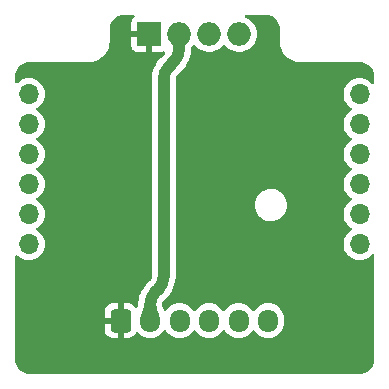
<source format=gbl>
G04 #@! TF.GenerationSoftware,KiCad,Pcbnew,7.0.1*
G04 #@! TF.CreationDate,2023-07-14T19:01:49+02:00*
G04 #@! TF.ProjectId,spectrophotometer_interface,73706563-7472-46f7-9068-6f746f6d6574,rev?*
G04 #@! TF.SameCoordinates,Original*
G04 #@! TF.FileFunction,Copper,L2,Bot*
G04 #@! TF.FilePolarity,Positive*
%FSLAX46Y46*%
G04 Gerber Fmt 4.6, Leading zero omitted, Abs format (unit mm)*
G04 Created by KiCad (PCBNEW 7.0.1) date 2023-07-14 19:01:49*
%MOMM*%
%LPD*%
G01*
G04 APERTURE LIST*
G04 Aperture macros list*
%AMRoundRect*
0 Rectangle with rounded corners*
0 $1 Rounding radius*
0 $2 $3 $4 $5 $6 $7 $8 $9 X,Y pos of 4 corners*
0 Add a 4 corners polygon primitive as box body*
4,1,4,$2,$3,$4,$5,$6,$7,$8,$9,$2,$3,0*
0 Add four circle primitives for the rounded corners*
1,1,$1+$1,$2,$3*
1,1,$1+$1,$4,$5*
1,1,$1+$1,$6,$7*
1,1,$1+$1,$8,$9*
0 Add four rect primitives between the rounded corners*
20,1,$1+$1,$2,$3,$4,$5,0*
20,1,$1+$1,$4,$5,$6,$7,0*
20,1,$1+$1,$6,$7,$8,$9,0*
20,1,$1+$1,$8,$9,$2,$3,0*%
G04 Aperture macros list end*
G04 #@! TA.AperFunction,ComponentPad*
%ADD10O,2.000000X2.000000*%
G04 #@! TD*
G04 #@! TA.AperFunction,ComponentPad*
%ADD11O,1.700000X1.700000*%
G04 #@! TD*
G04 #@! TA.AperFunction,ComponentPad*
%ADD12R,2.000000X2.000000*%
G04 #@! TD*
G04 #@! TA.AperFunction,ComponentPad*
%ADD13O,1.700000X1.950000*%
G04 #@! TD*
G04 #@! TA.AperFunction,ComponentPad*
%ADD14RoundRect,0.250000X-0.600000X-0.725000X0.600000X-0.725000X0.600000X0.725000X-0.600000X0.725000X0*%
G04 #@! TD*
G04 #@! TA.AperFunction,ViaPad*
%ADD15C,0.800000*%
G04 #@! TD*
G04 #@! TA.AperFunction,Conductor*
%ADD16C,1.000000*%
G04 #@! TD*
G04 APERTURE END LIST*
D10*
X106235000Y-46943205D03*
X103695000Y-46943205D03*
D11*
X116425000Y-52023205D03*
X116425000Y-54563205D03*
X116425000Y-57103205D03*
X116425000Y-59643205D03*
X116425000Y-62183205D03*
X116425000Y-64723205D03*
X88425000Y-64723205D03*
X88425000Y-62183205D03*
X88425000Y-59643205D03*
X88425000Y-57103205D03*
X88425000Y-54563205D03*
X88425000Y-52023205D03*
D10*
X101155000Y-46943205D03*
D12*
X98615000Y-46943205D03*
D13*
X108694840Y-71200000D03*
X106194840Y-71200000D03*
X103694840Y-71200000D03*
X101194840Y-71200000D03*
X98694840Y-71200000D03*
D14*
X96194840Y-71200000D03*
D15*
X116600000Y-74625000D03*
X116600000Y-69625000D03*
X111600000Y-74625000D03*
X111600000Y-69625000D03*
X111600000Y-59625000D03*
X111600000Y-54625000D03*
X106600000Y-74625000D03*
X106600000Y-64625000D03*
X106600000Y-59625000D03*
X106600000Y-54625000D03*
X106600000Y-49625000D03*
X101600000Y-74625000D03*
X101600000Y-59625000D03*
X101600000Y-54625000D03*
X96600000Y-74625000D03*
X96600000Y-59625000D03*
X96600000Y-54625000D03*
X96600000Y-49625000D03*
X91600000Y-74625000D03*
X91600000Y-69625000D03*
X91600000Y-59625000D03*
X91600000Y-54625000D03*
D16*
X100715650Y-49254170D02*
G75*
G03*
X101155000Y-48193520I-1060650J1060670D01*
G01*
X99134178Y-68785658D02*
G75*
G03*
X98694840Y-69846320I1060622J-1060642D01*
G01*
X100284178Y-49685658D02*
G75*
G03*
X99844840Y-50746320I1060622J-1060642D01*
G01*
X99405518Y-68514358D02*
G75*
G03*
X99844840Y-67453680I-1060718J1060658D01*
G01*
X101155000Y-48193520D02*
X101155000Y-46943205D01*
X100284180Y-49685660D02*
X100715660Y-49254180D01*
X99134180Y-68785660D02*
X99405500Y-68514340D01*
X99844840Y-67453680D02*
X99844840Y-50746320D01*
X98694840Y-71200000D02*
X98694840Y-69846320D01*
G04 #@! TA.AperFunction,Conductor*
G36*
X97326081Y-45315668D02*
G01*
X97370969Y-45357460D01*
X97390338Y-45415654D01*
X97379449Y-45476011D01*
X97340965Y-45523767D01*
X97257811Y-45586015D01*
X97171647Y-45701115D01*
X97121402Y-45835829D01*
X97115000Y-45895381D01*
X97115000Y-46693205D01*
X98741000Y-46693205D01*
X98803000Y-46709818D01*
X98848387Y-46755205D01*
X98865000Y-46817205D01*
X98865000Y-48443205D01*
X99662824Y-48443205D01*
X99722375Y-48436802D01*
X99819440Y-48400599D01*
X99885660Y-48394911D01*
X99945305Y-48424235D01*
X99981239Y-48480148D01*
X99983139Y-48546584D01*
X99950458Y-48604459D01*
X99942650Y-48612268D01*
X99942646Y-48612271D01*
X99938677Y-48616242D01*
X99938673Y-48616245D01*
X99938667Y-48616251D01*
X99938668Y-48616251D01*
X99620061Y-48934859D01*
X99613048Y-48941872D01*
X99613035Y-48941880D01*
X99477425Y-49077488D01*
X99302316Y-49297065D01*
X99152891Y-49534872D01*
X99031034Y-49787910D01*
X98938273Y-50053009D01*
X98875780Y-50326820D01*
X98844338Y-50605901D01*
X98844340Y-50715134D01*
X98844340Y-67348700D01*
X98844339Y-67348710D01*
X98844339Y-67447603D01*
X98843742Y-67459755D01*
X98835939Y-67538993D01*
X98831197Y-67562833D01*
X98809863Y-67633168D01*
X98800562Y-67655627D01*
X98765918Y-67720445D01*
X98752413Y-67740657D01*
X98702067Y-67802006D01*
X98693893Y-67811024D01*
X98463045Y-68041873D01*
X98463035Y-68041880D01*
X98327425Y-68177488D01*
X98152316Y-68397065D01*
X98002891Y-68634872D01*
X97881034Y-68887910D01*
X97788273Y-69153009D01*
X97725780Y-69426820D01*
X97694338Y-69705902D01*
X97694338Y-69747443D01*
X97690457Y-69778221D01*
X97669238Y-69861031D01*
X97650052Y-69935906D01*
X97649250Y-69938884D01*
X97630474Y-70005248D01*
X97602864Y-70054951D01*
X97555974Y-70087108D01*
X97499661Y-70094956D01*
X97445765Y-70076846D01*
X97405618Y-70036586D01*
X97387156Y-70006654D01*
X97263185Y-69882683D01*
X97113962Y-69790642D01*
X96947536Y-69735493D01*
X96844819Y-69725000D01*
X96444840Y-69725000D01*
X96444840Y-72674999D01*
X96844819Y-72674999D01*
X96947535Y-72664506D01*
X97113962Y-72609357D01*
X97263185Y-72517316D01*
X97387156Y-72393345D01*
X97482655Y-72238516D01*
X97521568Y-72199032D01*
X97573798Y-72180451D01*
X97628905Y-72186486D01*
X97675875Y-72215931D01*
X97823439Y-72363495D01*
X98017010Y-72499035D01*
X98231177Y-72598903D01*
X98459432Y-72660063D01*
X98694840Y-72680659D01*
X98930248Y-72660063D01*
X99158503Y-72598903D01*
X99372669Y-72499035D01*
X99566241Y-72363495D01*
X99733335Y-72196401D01*
X99843266Y-72039401D01*
X99887583Y-72000537D01*
X99944840Y-71986526D01*
X100002097Y-72000537D01*
X100046413Y-72039401D01*
X100156345Y-72196401D01*
X100323439Y-72363495D01*
X100517010Y-72499035D01*
X100731177Y-72598903D01*
X100959432Y-72660063D01*
X101194840Y-72680659D01*
X101430248Y-72660063D01*
X101658503Y-72598903D01*
X101872669Y-72499035D01*
X102066241Y-72363495D01*
X102233335Y-72196401D01*
X102343266Y-72039401D01*
X102387583Y-72000537D01*
X102444840Y-71986526D01*
X102502097Y-72000537D01*
X102546413Y-72039401D01*
X102656345Y-72196401D01*
X102823439Y-72363495D01*
X103017010Y-72499035D01*
X103231177Y-72598903D01*
X103459432Y-72660063D01*
X103694840Y-72680659D01*
X103930248Y-72660063D01*
X104158503Y-72598903D01*
X104372669Y-72499035D01*
X104566241Y-72363495D01*
X104733335Y-72196401D01*
X104843266Y-72039401D01*
X104887583Y-72000537D01*
X104944840Y-71986526D01*
X105002097Y-72000537D01*
X105046413Y-72039401D01*
X105156345Y-72196401D01*
X105323439Y-72363495D01*
X105517010Y-72499035D01*
X105731177Y-72598903D01*
X105959432Y-72660063D01*
X106194840Y-72680659D01*
X106430248Y-72660063D01*
X106658503Y-72598903D01*
X106872669Y-72499035D01*
X107066241Y-72363495D01*
X107233335Y-72196401D01*
X107343266Y-72039401D01*
X107387583Y-72000537D01*
X107444840Y-71986526D01*
X107502097Y-72000537D01*
X107546413Y-72039401D01*
X107656345Y-72196401D01*
X107823439Y-72363495D01*
X108017010Y-72499035D01*
X108231177Y-72598903D01*
X108459432Y-72660063D01*
X108694840Y-72680659D01*
X108930248Y-72660063D01*
X109158503Y-72598903D01*
X109372669Y-72499035D01*
X109566241Y-72363495D01*
X109733335Y-72196401D01*
X109868875Y-72002829D01*
X109968743Y-71788663D01*
X110029903Y-71560408D01*
X110045340Y-71383966D01*
X110045340Y-71016034D01*
X110029903Y-70839592D01*
X109968743Y-70611337D01*
X109868875Y-70397171D01*
X109733335Y-70203599D01*
X109566241Y-70036505D01*
X109372670Y-69900965D01*
X109158503Y-69801097D01*
X109073135Y-69778223D01*
X108930247Y-69739936D01*
X108694840Y-69719340D01*
X108459432Y-69739936D01*
X108231176Y-69801097D01*
X108017010Y-69900965D01*
X107823438Y-70036505D01*
X107656345Y-70203598D01*
X107546415Y-70360596D01*
X107502097Y-70399462D01*
X107444840Y-70413473D01*
X107387583Y-70399462D01*
X107343265Y-70360596D01*
X107295461Y-70292325D01*
X107233335Y-70203599D01*
X107066241Y-70036505D01*
X106872670Y-69900965D01*
X106658503Y-69801097D01*
X106573135Y-69778223D01*
X106430247Y-69739936D01*
X106194840Y-69719340D01*
X105959432Y-69739936D01*
X105731176Y-69801097D01*
X105517010Y-69900965D01*
X105323438Y-70036505D01*
X105156345Y-70203598D01*
X105046415Y-70360596D01*
X105002097Y-70399462D01*
X104944840Y-70413473D01*
X104887583Y-70399462D01*
X104843265Y-70360596D01*
X104795461Y-70292325D01*
X104733335Y-70203599D01*
X104566241Y-70036505D01*
X104372670Y-69900965D01*
X104158503Y-69801097D01*
X104073135Y-69778223D01*
X103930247Y-69739936D01*
X103694840Y-69719340D01*
X103459432Y-69739936D01*
X103231176Y-69801097D01*
X103017010Y-69900965D01*
X102823438Y-70036505D01*
X102656345Y-70203598D01*
X102546415Y-70360596D01*
X102502097Y-70399462D01*
X102444840Y-70413473D01*
X102387583Y-70399462D01*
X102343265Y-70360596D01*
X102295461Y-70292325D01*
X102233335Y-70203599D01*
X102066241Y-70036505D01*
X101872670Y-69900965D01*
X101658503Y-69801097D01*
X101573135Y-69778223D01*
X101430247Y-69739936D01*
X101194840Y-69719340D01*
X100959432Y-69739936D01*
X100731176Y-69801097D01*
X100517010Y-69900965D01*
X100323438Y-70036505D01*
X100156348Y-70203595D01*
X100156345Y-70203598D01*
X100156345Y-70203599D01*
X100094219Y-70292325D01*
X100067478Y-70330515D01*
X100015680Y-70372962D01*
X99949363Y-70382283D01*
X99887871Y-70355760D01*
X99849139Y-70301131D01*
X99845962Y-70292238D01*
X99844526Y-70287970D01*
X99793841Y-70127471D01*
X99792791Y-70123962D01*
X99740428Y-69938884D01*
X99739637Y-69935949D01*
X99725988Y-69882683D01*
X99706686Y-69807355D01*
X99703402Y-69764437D01*
X99703536Y-69763076D01*
X99703738Y-69761025D01*
X99708481Y-69737177D01*
X99729814Y-69666853D01*
X99739116Y-69644396D01*
X99773760Y-69579581D01*
X99787262Y-69559372D01*
X99837750Y-69497853D01*
X99845913Y-69488848D01*
X99921414Y-69413348D01*
X99921418Y-69413341D01*
X100036625Y-69298134D01*
X100036640Y-69298123D01*
X100047422Y-69287340D01*
X100047426Y-69287338D01*
X100076642Y-69258118D01*
X100076755Y-69258043D01*
X100112997Y-69221797D01*
X100112999Y-69221799D01*
X100212291Y-69122501D01*
X100387392Y-68902919D01*
X100536807Y-68665114D01*
X100658658Y-68412075D01*
X100751411Y-68146984D01*
X100813901Y-67873175D01*
X100845342Y-67594091D01*
X100845340Y-67453667D01*
X100845340Y-61348014D01*
X107566828Y-61348014D01*
X107576613Y-61578370D01*
X107625190Y-61803769D01*
X107668908Y-61912565D01*
X107711159Y-62017711D01*
X107832049Y-62214048D01*
X107911061Y-62303823D01*
X107984381Y-62387132D01*
X108163768Y-62531977D01*
X108365063Y-62644426D01*
X108582464Y-62721239D01*
X108809713Y-62760205D01*
X108809715Y-62760205D01*
X108982535Y-62760205D01*
X108982539Y-62760205D01*
X109097337Y-62750433D01*
X109154739Y-62745548D01*
X109377869Y-62687450D01*
X109587971Y-62592478D01*
X109779000Y-62463364D01*
X109945462Y-62303824D01*
X110082566Y-62118447D01*
X110186370Y-61912565D01*
X110253886Y-61692102D01*
X110283172Y-61463399D01*
X110273386Y-61233037D01*
X110224810Y-61007643D01*
X110138841Y-60793699D01*
X110017951Y-60597362D01*
X109919632Y-60485650D01*
X109865618Y-60424277D01*
X109686231Y-60279432D01*
X109484936Y-60166983D01*
X109267535Y-60090170D01*
X109040287Y-60051205D01*
X109040285Y-60051205D01*
X108867465Y-60051205D01*
X108867461Y-60051205D01*
X108695262Y-60065861D01*
X108472129Y-60123960D01*
X108262029Y-60218931D01*
X108071000Y-60348045D01*
X107904537Y-60507586D01*
X107767434Y-60692962D01*
X107663630Y-60898844D01*
X107641697Y-60970462D01*
X107596114Y-61119308D01*
X107571465Y-61311804D01*
X107566828Y-61348014D01*
X100845340Y-61348014D01*
X100845340Y-50839022D01*
X100845341Y-50839017D01*
X100845340Y-50752395D01*
X100845937Y-50740245D01*
X100853096Y-50667545D01*
X100853739Y-50661014D01*
X100858481Y-50637177D01*
X100879814Y-50566853D01*
X100889116Y-50544396D01*
X100923760Y-50479581D01*
X100937262Y-50459372D01*
X100987751Y-50397852D01*
X100995914Y-50388847D01*
X101071413Y-50313349D01*
X101071419Y-50313340D01*
X101394269Y-49990490D01*
X101423114Y-49961647D01*
X101423113Y-49961646D01*
X101459431Y-49925331D01*
X101459442Y-49925316D01*
X101463556Y-49921202D01*
X101463705Y-49921035D01*
X101522400Y-49862343D01*
X101697508Y-49642769D01*
X101846931Y-49404969D01*
X101968790Y-49151934D01*
X102061552Y-48886847D01*
X102124050Y-48613040D01*
X102155498Y-48333958D01*
X102155498Y-48312635D01*
X102155500Y-48312621D01*
X102155500Y-48267020D01*
X102158067Y-48241919D01*
X102158469Y-48239975D01*
X102171821Y-48121971D01*
X102198368Y-48058253D01*
X102204239Y-48050946D01*
X102209361Y-48044570D01*
X102243752Y-48001763D01*
X102243883Y-48001599D01*
X102246029Y-47998910D01*
X102332282Y-47890036D01*
X102373437Y-47856424D01*
X102424885Y-47843124D01*
X102477175Y-47852580D01*
X102520703Y-47883054D01*
X102669390Y-48044571D01*
X102675259Y-48050946D01*
X102871485Y-48203675D01*
X102871487Y-48203676D01*
X102871491Y-48203679D01*
X103090190Y-48322033D01*
X103325386Y-48402776D01*
X103570665Y-48443705D01*
X103819335Y-48443705D01*
X104064614Y-48402776D01*
X104299810Y-48322033D01*
X104518509Y-48203679D01*
X104714744Y-48050943D01*
X104873771Y-47878193D01*
X104931259Y-47842856D01*
X104998741Y-47842856D01*
X105056228Y-47878193D01*
X105215256Y-48050943D01*
X105252585Y-48079997D01*
X105411485Y-48203675D01*
X105411487Y-48203676D01*
X105411491Y-48203679D01*
X105630190Y-48322033D01*
X105865386Y-48402776D01*
X106110665Y-48443705D01*
X106359335Y-48443705D01*
X106604614Y-48402776D01*
X106839810Y-48322033D01*
X107058509Y-48203679D01*
X107254744Y-48050943D01*
X107423164Y-47867990D01*
X107559173Y-47659812D01*
X107659063Y-47432086D01*
X107720108Y-47191026D01*
X107740643Y-46943205D01*
X107720108Y-46695384D01*
X107659063Y-46454324D01*
X107559173Y-46226598D01*
X107423164Y-46018420D01*
X107254744Y-45835467D01*
X107169752Y-45769315D01*
X107058514Y-45682734D01*
X107058510Y-45682731D01*
X107058509Y-45682731D01*
X106839810Y-45564377D01*
X106839806Y-45564375D01*
X106839805Y-45564375D01*
X106773991Y-45541781D01*
X106717673Y-45502270D01*
X106691084Y-45438820D01*
X106702407Y-45370962D01*
X106748158Y-45319584D01*
X106814254Y-45300500D01*
X108464952Y-45300500D01*
X108474684Y-45300882D01*
X108647748Y-45314506D01*
X108666962Y-45317550D01*
X108675431Y-45319584D01*
X108831002Y-45356938D01*
X108849506Y-45362951D01*
X109005365Y-45427513D01*
X109022701Y-45436347D01*
X109166542Y-45524496D01*
X109182284Y-45535933D01*
X109310567Y-45645500D01*
X109324317Y-45659250D01*
X109433885Y-45787542D01*
X109445319Y-45803279D01*
X109533469Y-45947128D01*
X109542302Y-45964465D01*
X109606858Y-46120321D01*
X109612871Y-46138826D01*
X109652254Y-46302869D01*
X109655298Y-46322087D01*
X109668958Y-46495651D01*
X109669340Y-46505380D01*
X109669340Y-47448598D01*
X109669300Y-47448799D01*
X109669300Y-47618014D01*
X109700108Y-47852017D01*
X109761198Y-48080005D01*
X109824314Y-48232377D01*
X109851522Y-48298062D01*
X109969537Y-48502465D01*
X110113223Y-48689716D01*
X110280120Y-48856609D01*
X110382101Y-48934859D01*
X110467376Y-49000291D01*
X110569578Y-49059294D01*
X110671781Y-49118299D01*
X110752988Y-49151934D01*
X110889837Y-49208616D01*
X110889840Y-49208616D01*
X110889843Y-49208618D01*
X111117828Y-49269701D01*
X111351835Y-49300503D01*
X111469848Y-49300500D01*
X116464952Y-49300500D01*
X116474684Y-49300882D01*
X116647748Y-49314506D01*
X116666962Y-49317550D01*
X116735512Y-49334010D01*
X116831002Y-49356938D01*
X116849506Y-49362951D01*
X117005365Y-49427513D01*
X117022701Y-49436347D01*
X117166542Y-49524496D01*
X117182284Y-49535933D01*
X117310567Y-49645500D01*
X117324317Y-49659250D01*
X117433885Y-49787542D01*
X117445319Y-49803279D01*
X117533469Y-49947128D01*
X117542302Y-49964465D01*
X117606858Y-50120321D01*
X117612871Y-50138826D01*
X117652254Y-50302869D01*
X117655298Y-50322087D01*
X117668958Y-50495651D01*
X117669340Y-50505380D01*
X117669340Y-51058287D01*
X117655825Y-51114582D01*
X117618225Y-51158605D01*
X117564738Y-51180760D01*
X117507022Y-51176218D01*
X117457659Y-51145968D01*
X117296404Y-50984713D01*
X117296403Y-50984712D01*
X117296401Y-50984710D01*
X117102830Y-50849170D01*
X116888663Y-50749302D01*
X116827502Y-50732914D01*
X116660407Y-50688141D01*
X116425000Y-50667545D01*
X116189592Y-50688141D01*
X115961336Y-50749302D01*
X115747170Y-50849170D01*
X115553598Y-50984710D01*
X115386505Y-51151803D01*
X115250965Y-51345375D01*
X115151097Y-51559541D01*
X115089936Y-51787797D01*
X115069340Y-52023205D01*
X115089936Y-52258612D01*
X115134709Y-52425707D01*
X115151097Y-52486868D01*
X115250965Y-52701035D01*
X115386505Y-52894606D01*
X115553599Y-53061700D01*
X115739160Y-53191631D01*
X115778024Y-53235948D01*
X115792035Y-53293205D01*
X115778024Y-53350462D01*
X115739159Y-53394780D01*
X115553595Y-53524713D01*
X115386505Y-53691803D01*
X115250965Y-53885375D01*
X115151097Y-54099541D01*
X115089936Y-54327797D01*
X115069340Y-54563204D01*
X115089936Y-54798612D01*
X115134709Y-54965707D01*
X115151097Y-55026868D01*
X115250965Y-55241035D01*
X115386505Y-55434606D01*
X115553599Y-55601700D01*
X115739160Y-55731631D01*
X115778024Y-55775948D01*
X115792035Y-55833205D01*
X115778024Y-55890462D01*
X115739159Y-55934780D01*
X115553595Y-56064713D01*
X115386505Y-56231803D01*
X115250965Y-56425375D01*
X115151097Y-56639541D01*
X115089936Y-56867797D01*
X115069340Y-57103204D01*
X115089936Y-57338612D01*
X115134709Y-57505706D01*
X115151097Y-57566868D01*
X115250965Y-57781035D01*
X115386505Y-57974606D01*
X115553599Y-58141700D01*
X115739160Y-58271631D01*
X115778024Y-58315948D01*
X115792035Y-58373205D01*
X115778024Y-58430462D01*
X115739159Y-58474780D01*
X115553595Y-58604713D01*
X115386505Y-58771803D01*
X115250965Y-58965375D01*
X115151097Y-59179541D01*
X115089936Y-59407797D01*
X115069340Y-59643205D01*
X115089936Y-59878612D01*
X115134709Y-60045707D01*
X115151097Y-60106868D01*
X115250965Y-60321035D01*
X115386505Y-60514606D01*
X115553599Y-60681700D01*
X115739160Y-60811631D01*
X115778024Y-60855948D01*
X115792035Y-60913205D01*
X115778024Y-60970462D01*
X115739158Y-61014780D01*
X115589879Y-61119307D01*
X115553595Y-61144713D01*
X115386505Y-61311803D01*
X115250965Y-61505375D01*
X115151097Y-61719541D01*
X115089936Y-61947797D01*
X115069340Y-62183204D01*
X115089936Y-62418612D01*
X115120312Y-62531977D01*
X115151097Y-62646868D01*
X115250965Y-62861035D01*
X115386505Y-63054606D01*
X115553599Y-63221700D01*
X115739160Y-63351631D01*
X115778024Y-63395948D01*
X115792035Y-63453205D01*
X115778024Y-63510462D01*
X115739159Y-63554780D01*
X115553595Y-63684713D01*
X115386505Y-63851803D01*
X115250965Y-64045375D01*
X115151097Y-64259541D01*
X115089936Y-64487797D01*
X115069340Y-64723205D01*
X115089936Y-64958612D01*
X115134709Y-65125706D01*
X115151097Y-65186868D01*
X115250965Y-65401035D01*
X115386505Y-65594606D01*
X115553599Y-65761700D01*
X115747170Y-65897240D01*
X115961337Y-65997108D01*
X116189592Y-66058268D01*
X116425000Y-66078864D01*
X116660408Y-66058268D01*
X116888663Y-65997108D01*
X117102830Y-65897240D01*
X117296401Y-65761700D01*
X117457659Y-65600442D01*
X117507022Y-65570192D01*
X117564738Y-65565650D01*
X117618225Y-65587805D01*
X117655825Y-65631828D01*
X117669340Y-65688123D01*
X117669340Y-74495125D01*
X117668958Y-74504854D01*
X117655337Y-74677918D01*
X117652293Y-74697136D01*
X117612909Y-74861185D01*
X117606896Y-74879690D01*
X117542336Y-75035555D01*
X117533503Y-75052891D01*
X117445357Y-75196737D01*
X117433920Y-75212480D01*
X117324350Y-75340772D01*
X117310592Y-75354531D01*
X117182307Y-75464099D01*
X117166566Y-75475535D01*
X117022720Y-75563688D01*
X117005383Y-75572522D01*
X116849518Y-75637087D01*
X116831013Y-75643100D01*
X116666965Y-75682489D01*
X116647747Y-75685533D01*
X116475205Y-75699117D01*
X116465473Y-75699500D01*
X88537551Y-75699500D01*
X88537545Y-75699499D01*
X88474701Y-75699499D01*
X88464976Y-75699117D01*
X88291912Y-75685502D01*
X88272692Y-75682458D01*
X88108650Y-75643078D01*
X88090144Y-75637066D01*
X87934275Y-75572506D01*
X87916938Y-75563673D01*
X87773087Y-75475525D01*
X87757345Y-75464087D01*
X87629056Y-75354521D01*
X87615297Y-75340763D01*
X87505731Y-75212481D01*
X87494293Y-75196739D01*
X87406140Y-75052889D01*
X87397306Y-75035551D01*
X87332745Y-74879689D01*
X87326732Y-74861184D01*
X87287346Y-74697135D01*
X87284302Y-74677916D01*
X87270722Y-74505362D01*
X87270340Y-74495633D01*
X87270340Y-71450000D01*
X94844841Y-71450000D01*
X94844841Y-71974979D01*
X94855333Y-72077695D01*
X94910482Y-72244122D01*
X95002523Y-72393345D01*
X95126494Y-72517316D01*
X95275717Y-72609357D01*
X95442143Y-72664506D01*
X95544861Y-72675000D01*
X95944840Y-72675000D01*
X95944840Y-71450000D01*
X94844841Y-71450000D01*
X87270340Y-71450000D01*
X87270340Y-70950000D01*
X94844840Y-70950000D01*
X95944840Y-70950000D01*
X95944840Y-69725001D01*
X95544861Y-69725001D01*
X95442144Y-69735493D01*
X95275717Y-69790642D01*
X95126494Y-69882683D01*
X95002523Y-70006654D01*
X94910482Y-70155877D01*
X94855333Y-70322303D01*
X94844840Y-70425021D01*
X94844840Y-70950000D01*
X87270340Y-70950000D01*
X87270340Y-65777803D01*
X87283855Y-65721508D01*
X87321455Y-65677485D01*
X87374942Y-65655330D01*
X87432658Y-65659872D01*
X87482021Y-65690122D01*
X87553599Y-65761700D01*
X87747170Y-65897240D01*
X87961337Y-65997108D01*
X88189592Y-66058268D01*
X88425000Y-66078864D01*
X88660408Y-66058268D01*
X88888663Y-65997108D01*
X89102830Y-65897240D01*
X89296401Y-65761700D01*
X89463495Y-65594606D01*
X89599035Y-65401035D01*
X89698903Y-65186868D01*
X89760063Y-64958613D01*
X89780659Y-64723205D01*
X89760063Y-64487797D01*
X89698903Y-64259542D01*
X89599035Y-64045376D01*
X89463495Y-63851804D01*
X89296401Y-63684710D01*
X89110839Y-63554778D01*
X89071975Y-63510462D01*
X89057964Y-63453205D01*
X89071975Y-63395948D01*
X89110839Y-63351631D01*
X89296401Y-63221700D01*
X89463495Y-63054606D01*
X89599035Y-62861035D01*
X89698903Y-62646868D01*
X89760063Y-62418613D01*
X89780659Y-62183205D01*
X89760063Y-61947797D01*
X89698903Y-61719542D01*
X89599035Y-61505376D01*
X89463495Y-61311804D01*
X89296401Y-61144710D01*
X89110839Y-61014778D01*
X89071975Y-60970462D01*
X89057964Y-60913205D01*
X89071975Y-60855948D01*
X89110839Y-60811631D01*
X89296401Y-60681700D01*
X89463495Y-60514606D01*
X89599035Y-60321035D01*
X89698903Y-60106868D01*
X89760063Y-59878613D01*
X89780659Y-59643205D01*
X89760063Y-59407797D01*
X89698903Y-59179542D01*
X89599035Y-58965376D01*
X89463495Y-58771804D01*
X89296401Y-58604710D01*
X89110839Y-58474778D01*
X89071975Y-58430462D01*
X89057964Y-58373205D01*
X89071975Y-58315948D01*
X89110839Y-58271631D01*
X89296401Y-58141700D01*
X89463495Y-57974606D01*
X89599035Y-57781035D01*
X89698903Y-57566868D01*
X89760063Y-57338613D01*
X89780659Y-57103205D01*
X89760063Y-56867797D01*
X89698903Y-56639542D01*
X89599035Y-56425376D01*
X89463495Y-56231804D01*
X89296401Y-56064710D01*
X89110839Y-55934778D01*
X89071975Y-55890462D01*
X89057964Y-55833205D01*
X89071975Y-55775948D01*
X89110839Y-55731631D01*
X89296401Y-55601700D01*
X89463495Y-55434606D01*
X89599035Y-55241035D01*
X89698903Y-55026868D01*
X89760063Y-54798613D01*
X89780659Y-54563205D01*
X89760063Y-54327797D01*
X89698903Y-54099542D01*
X89599035Y-53885376D01*
X89463495Y-53691804D01*
X89296401Y-53524710D01*
X89110839Y-53394778D01*
X89071975Y-53350462D01*
X89057964Y-53293205D01*
X89071975Y-53235948D01*
X89110839Y-53191631D01*
X89296401Y-53061700D01*
X89463495Y-52894606D01*
X89599035Y-52701035D01*
X89698903Y-52486868D01*
X89760063Y-52258613D01*
X89780659Y-52023205D01*
X89760063Y-51787797D01*
X89698903Y-51559542D01*
X89599035Y-51345376D01*
X89463495Y-51151804D01*
X89296401Y-50984710D01*
X89102830Y-50849170D01*
X88888663Y-50749302D01*
X88827502Y-50732914D01*
X88660407Y-50688141D01*
X88425000Y-50667545D01*
X88189592Y-50688141D01*
X87961336Y-50749302D01*
X87747170Y-50849170D01*
X87553598Y-50984710D01*
X87482021Y-51056288D01*
X87432658Y-51086538D01*
X87374942Y-51091080D01*
X87321455Y-51068925D01*
X87283855Y-51024902D01*
X87270340Y-50968607D01*
X87270340Y-50504875D01*
X87270722Y-50495146D01*
X87272548Y-50471942D01*
X87284342Y-50322085D01*
X87287386Y-50302870D01*
X87326771Y-50138822D01*
X87332779Y-50120331D01*
X87397347Y-49964454D01*
X87406172Y-49947134D01*
X87494331Y-49803275D01*
X87505757Y-49787549D01*
X87615331Y-49659257D01*
X87629078Y-49645510D01*
X87757375Y-49535938D01*
X87773111Y-49524507D01*
X87916959Y-49436360D01*
X87934286Y-49427531D01*
X88090162Y-49362969D01*
X88108647Y-49356963D01*
X88272709Y-49317579D01*
X88291918Y-49314537D01*
X88465489Y-49300881D01*
X88475206Y-49300500D01*
X88517427Y-49300501D01*
X88517430Y-49300500D01*
X93418439Y-49300500D01*
X93418645Y-49300540D01*
X93469848Y-49300539D01*
X93469848Y-49300540D01*
X93587860Y-49300537D01*
X93821863Y-49269724D01*
X94049842Y-49208631D01*
X94267898Y-49118305D01*
X94472298Y-49000290D01*
X94659545Y-48856605D01*
X94826437Y-48689709D01*
X94970116Y-48502458D01*
X95088126Y-48298054D01*
X95178447Y-48079997D01*
X95239533Y-47852016D01*
X95270340Y-47618012D01*
X95270340Y-47500000D01*
X95270340Y-47452405D01*
X95270340Y-47193205D01*
X97115000Y-47193205D01*
X97115000Y-47991029D01*
X97121402Y-48050580D01*
X97171647Y-48185294D01*
X97257811Y-48300393D01*
X97372910Y-48386557D01*
X97507624Y-48436802D01*
X97567176Y-48443205D01*
X98365000Y-48443205D01*
X98365000Y-47193205D01*
X97115000Y-47193205D01*
X95270340Y-47193205D01*
X95270340Y-46504875D01*
X95270722Y-46495146D01*
X95284342Y-46322089D01*
X95287386Y-46302870D01*
X95326771Y-46138822D01*
X95332779Y-46120331D01*
X95397347Y-45964454D01*
X95406172Y-45947134D01*
X95494331Y-45803275D01*
X95505757Y-45787549D01*
X95615331Y-45659257D01*
X95629078Y-45645510D01*
X95757375Y-45535938D01*
X95773111Y-45524507D01*
X95916959Y-45436360D01*
X95934286Y-45427531D01*
X96090162Y-45362969D01*
X96108647Y-45356963D01*
X96272709Y-45317579D01*
X96291918Y-45314537D01*
X96465489Y-45300881D01*
X96475206Y-45300500D01*
X96517427Y-45300501D01*
X96517430Y-45300500D01*
X97266654Y-45300500D01*
X97326081Y-45315668D01*
G37*
G04 #@! TD.AperFunction*
G04 #@! TA.AperFunction,Conductor*
G36*
X101159486Y-46944068D02*
G01*
X102066968Y-47320941D01*
X102071996Y-47324937D01*
X102074156Y-47330985D01*
X102072799Y-47337262D01*
X101964341Y-47540130D01*
X101963194Y-47541879D01*
X101849854Y-47684942D01*
X101849804Y-47685005D01*
X101750991Y-47808002D01*
X101681345Y-47960704D01*
X101656175Y-48183136D01*
X101652343Y-48190546D01*
X101644549Y-48193520D01*
X100665451Y-48193520D01*
X100657657Y-48190546D01*
X100653825Y-48183136D01*
X100651679Y-48164176D01*
X100628654Y-47960705D01*
X100559006Y-47808002D01*
X100460194Y-47685005D01*
X100460144Y-47684942D01*
X100346803Y-47541879D01*
X100345656Y-47540130D01*
X100321401Y-47494762D01*
X100237199Y-47337259D01*
X100235843Y-47330985D01*
X100238003Y-47324937D01*
X100243029Y-47320941D01*
X101150515Y-46944067D01*
X101154999Y-46943173D01*
X101159486Y-46944068D01*
G37*
G04 #@! TD.AperFunction*
G04 #@! TA.AperFunction,Conductor*
G36*
X99192933Y-69848777D02*
G01*
X99197094Y-69855116D01*
X99251901Y-70069008D01*
X99308957Y-70270674D01*
X99308959Y-70270679D01*
X99366018Y-70451359D01*
X99415911Y-70590984D01*
X99423079Y-70611042D01*
X99476235Y-70740233D01*
X99476486Y-70748470D01*
X99471245Y-70754829D01*
X98700669Y-71197649D01*
X98694839Y-71199205D01*
X98689009Y-71197649D01*
X97918434Y-70754829D01*
X97913193Y-70748470D01*
X97913443Y-70740235D01*
X97966601Y-70611039D01*
X98023661Y-70451359D01*
X98080720Y-70270679D01*
X98137780Y-70068999D01*
X98192586Y-69855115D01*
X98196747Y-69848777D01*
X98203920Y-69846320D01*
X99185760Y-69846320D01*
X99192933Y-69848777D01*
G37*
G04 #@! TD.AperFunction*
M02*

</source>
